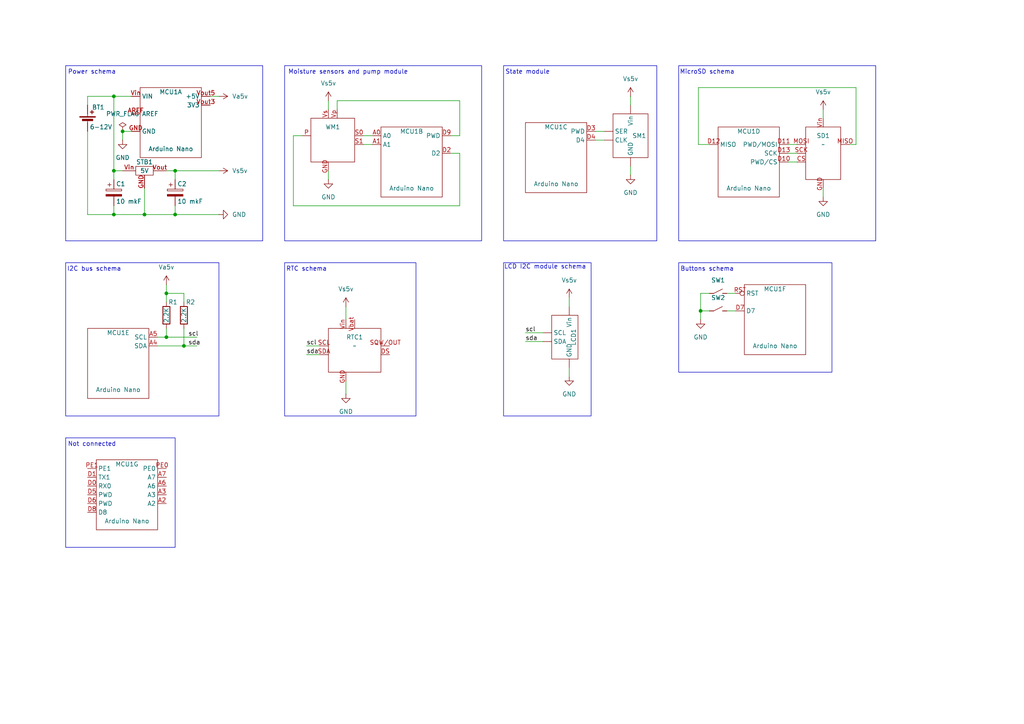
<source format=kicad_sch>
(kicad_sch (version 20250114) (generator "eeschema") (generator_version "9.0")
  (paper "A4")
  (title_block (title "AutoWater") (date "2026-01-17") (rev "0") (comment 2 "VlasovAnton"))
  (lib_symbols
    (symbol "AutoWater:Arduino Nano V3 Type-C parts"
      (property "Reference" "MCU" (at 8.89 -1.27 0))
      (property "Value" "Arduino Nano" (at 8.89 -17.78 0))
      (symbol "Arduino Nano V3 Type-C parts_0_1"
        (rectangle (start 0 0) (end 17.78 -20.32))
      )
      (symbol "Arduino Nano V3 Type-C parts_1_1"
        (pin power_in line (at -2.54 -2.54 0) (length 2.54) (name "VIN") (number "Vin"))
        (pin power_in line (at -2.54 -7.62 0) (length 2.54) (name "AREF") (number "AREF"))
        (pin passive line (at -2.54 -12.7 0) (length 2.54) (name "GND") (number "GND"))
        (pin power_out line (at 20.32 -2.54 180) (length 2.54) (name "+5V") (number "Vout5"))
        (pin power_out line (at 20.32 -5.08 180) (length 2.54) (name "3V3") (number "Vout3"))
      )
      (symbol "Arduino Nano V3 Type-C parts_2_1"
        (pin input line (at -2.54 -2.54 0) (length 2.54) (name "A0") (number "A0"))
        (pin input line (at -2.54 -5.08 0) (length 2.54) (name "A1") (number "A1"))
        (pin output line (at 20.32 -2.54 180) (length 2.54) (name "PWD") (number "D9"))
        (pin output line (at 20.32 -7.62 180) (length 2.54) (name "D2") (number "D2"))
      )
      (symbol "Arduino Nano V3 Type-C parts_3_1"
        (pin output line (at 20.32 -2.54 180) (length 2.54) (name "PWD") (number "D3"))
        (pin output line (at 20.32 -5.08 180) (length 2.54) (name "D4") (number "D4"))
      )
      (symbol "Arduino Nano V3 Type-C parts_4_1"
        (pin input line (at -2.54 -5.08 0) (length 2.54) (name "MISO") (number "D12"))
        (pin output line (at 20.32 -5.08 180) (length 2.54) (name "PWD/MOSI") (number "D11"))
        (pin output line (at 20.32 -7.62 180) (length 2.54) (name "SCK") (number "D13"))
        (pin output line (at 20.32 -10.16 180) (length 2.54) (name "PWD/CS") (number "D10"))
      )
      (symbol "Arduino Nano V3 Type-C parts_5_1"
        (pin output line (at 20.32 -2.54 180) (length 2.54) (name "SCL") (number "A5"))
        (pin bidirectional line (at 20.32 -5.08 180) (length 2.54) (name "SDA") (number "A4"))
      )
      (symbol "Arduino Nano V3 Type-C parts_6_1"
        (pin input inverted (at -2.54 -2.54 0) (length 2.54) (name "RST") (number "RST"))
        (pin bidirectional line (at -2.54 -7.62 0) (length 2.54) (name "D7") (number "D7"))
      )
      (symbol "Arduino Nano V3 Type-C parts_7_1"
        (pin passive line (at -2.54 -2.54 0) (length 2.54) (name "PE1") (number "PE1"))
        (pin bidirectional line (at -2.54 -5.08 0) (length 2.54) (name "TX1") (number "D1"))
        (pin bidirectional line (at -2.54 -7.62 0) (length 2.54) (name "RX0") (number "D0"))
        (pin bidirectional line (at -2.54 -10.16 0) (length 2.54) (name "PWD") (number "D5"))
        (pin bidirectional line (at -2.54 -12.7 0) (length 2.54) (name "PWD") (number "D6"))
        (pin bidirectional line (at -2.54 -15.24 0) (length 2.54) (name "D8") (number "D8"))
        (pin passive line (at 20.32 -2.54 180) (length 2.54) (name "PE0") (number "PE0"))
        (pin input line (at 20.32 -5.08 180) (length 2.54) (name "A7") (number "A7"))
        (pin input line (at 20.32 -7.62 180) (length 2.54) (name "A6") (number "A6"))
        (pin input line (at 20.32 -10.16 180) (length 2.54) (name "A3") (number "A3"))
        (pin input line (at 20.32 -12.7 180) (length 2.54) (name "A2") (number "A2"))
      )
    )
    (symbol "AutoWater:Button" (pin_numbers (hide yes)) (pin_names (hide yes))
      (property "Reference" "SW2" (at 0 3.81 0))
      (symbol "Button_0_1"
        (polyline (pts (xy -1.27 0) (xy 1.27 1.27)))
      )
      (symbol "Button_1_1"
        (pin passive line (at -2.54 0 0) (length 1.27) (name "1") (number "GND"))
        (pin passive line (at 2.54 0 180) (length 1.27) (name "2") (number "Vin"))
      )
    )
    (symbol "AutoWater:Capacitor" (pin_numbers (hide yes)) (pin_names (offset 0.254) (hide yes))
      (property "Reference" "C" (at 0.635 2.54 0))
      (symbol "Capacitor_0_1"
        (rectangle (start -2.286 0.508) (end 2.286 1.016))
        (polyline (pts (xy -1.778 2.286) (xy -0.762 2.286)))
        (polyline (pts (xy -1.27 2.794) (xy -1.27 1.778)))
        (rectangle (start 2.286 -0.508) (end -2.286 -1.016) (fill (type outline)))
      )
      (symbol "Capacitor_1_1"
        (pin power_in line (at 0 3.81 270) (length 2.794) (name "VCC") (number "Vin"))
        (pin passive line (at 0 -3.81 90) (length 2.794) (name "GND") (number "GND"))
      )
    )
    (symbol "AutoWater:LCD I2C module" (pin_numbers (hide yes))
      (property "Reference" "LCD1" (at 6.35 -6.35 90))
      (symbol "LCD I2C module_0_1"
        (rectangle (start 0 0) (end 7.62 -12.7))
      )
      (symbol "LCD I2C module_1_1"
        (pin passive line (at -2.54 -5.08 0) (length 2.54) (name "SCL") (number "1"))
        (pin passive line (at -2.54 -7.62 0) (length 2.54) (name "SDA") (number "2"))
        (pin power_in line (at 5.08 2.54 270) (length 2.54) (name "Vin") (number "3"))
        (pin passive line (at 5.08 -15.24 90) (length 2.54) (name "GND") (number "4"))
      )
    )
    (symbol "AutoWater:MicroSD module" (pin_names (hide yes))
      (property "Reference" "SD" (at 5.08 -2.54 0))
      (property "Value" "~" (at 5.08 -5.08 0))
      (symbol "MicroSD module_0_1"
        (rectangle (start 0 0) (end 10.16 -15.24))
      )
      (symbol "MicroSD module_1_1"
        (pin input line (at -2.54 -5.08 0) (length 2.54) (name "MOSI") (number "MOSI"))
        (pin input line (at -2.54 -7.62 0) (length 2.54) (name "SCK") (number "SCK"))
        (pin input line (at -2.54 -10.16 0) (length 2.54) (name "CS") (number "CS"))
        (pin power_in line (at 5.08 2.54 270) (length 2.54) (name "Vin") (number "Vin"))
        (pin passive line (at 5.08 -17.78 90) (length 2.54) (name "GND") (number "GND"))
        (pin output line (at 12.7 -5.08 180) (length 2.54) (name "MISO") (number "MISO"))
      )
    )
    (symbol "AutoWater:Power" (pin_numbers (hide yes)) (pin_names (offset 0) (hide yes))
      (property "Reference" "BT" (at 1.27 1.27 0))
      (symbol "Power_0_1"
        (polyline (pts (xy -2.286 1.27) (xy -1.27 1.27)) (stroke (width 0.254)))
        (polyline (pts (xy -1.778 0.762) (xy -1.778 1.778)) (stroke (width 0.254)))
        (polyline (pts (xy -0.508 0) (xy -1.27 0)))
        (rectangle (start -0.508 -2.286) (end -0.254 2.286) (fill (type outline)))
        (rectangle (start 0.254 -1.524) (end 0.762 1.524) (fill (type outline)))
        (polyline (pts (xy 0.508 0) (xy 1.27 0)))
      )
      (symbol "Power_1_1"
        (pin power_out line (at -3.81 0 0) (length 2.54) (name "+") (number "Vout"))
        (pin passive line (at 3.81 0 180) (length 2.54) (name "-") (number "GND"))
      )
    )
    (symbol "AutoWater:RTC DS1307 module" (pin_names (hide yes))
      (property "Reference" "RTC" (at 7.62 -2.54 0))
      (property "Value" "~" (at 7.62 -5.08 0))
      (symbol "RTC DS1307 module_0_1"
        (rectangle (start 0 0) (end 15.24 -12.7))
      )
      (symbol "RTC DS1307 module_1_1"
        (pin input line (at -2.54 -5.08 0) (length 2.54) (name "SCL") (number "SCL"))
        (pin input line (at -2.54 -7.62 0) (length 2.54) (name "SDA") (number "SDA"))
        (pin power_in line (at 5.08 2.54 270) (length 2.54) (name "Vin") (number "Vin"))
        (pin passive line (at 5.08 -15.24 90) (length 2.54) (name "GND") (number "GND"))
        (pin power_in line (at 7.62 2.54 270) (length 2.54) (name "Vbat") (number "Vbat"))
        (pin output line (at 17.78 -5.08 180) (length 2.54) (name "SQW/OUT") (number "SQW/OUT"))
        (pin output line (at 17.78 -7.62 180) (length 2.54) (name "DS") (number "DS"))
      )
    )
    (symbol "AutoWater:Resistor" (pin_numbers (hide yes)) (pin_names (offset 0) (hide yes))
      (property "Reference" "R" (at 0 2.54 0))
      (symbol "Resistor_0_1"
        (rectangle (start 2.54 1.016) (end -2.54 -1.016) (stroke (width 0.254)))
      )
      (symbol "Resistor_1_1"
        (pin passive line (at -3.81 0 0) (length 1.27) (name "") (number "1"))
        (pin passive line (at 3.81 0 180) (length 1.27) (name "") (number "2"))
      )
    )
    (symbol "AutoWater:Stabalizer voltage" (pin_names (hide yes))
      (property "Reference" "STB" (at 0 2.54 0))
      (symbol "Stabalizer voltage_0_1"
        (rectangle (start -2.54 1.27) (end 2.54 -1.27))
      )
      (symbol "Stabalizer voltage_1_1"
        (pin power_in line (at -6.35 0 0) (length 3.81) (name "Vin") (number "Vin"))
        (pin passive line (at 0 -5.08 90) (length 3.81) (name "GND") (number "GND"))
        (pin power_out line (at 6.35 0 180) (length 3.81) (name "Vout") (number "Vout"))
      )
    )
    (symbol "AutoWater:State module" (pin_numbers (hide yes))
      (property "Reference" "SM1" (at 7.62 -6.35 0))
      (symbol "State module_0_1"
        (rectangle (start 0 0) (end 10.16 -12.7))
      )
      (symbol "State module_1_1"
        (pin input line (at -2.54 -5.08 0) (length 2.54) (name "SER") (number "2"))
        (pin input line (at -2.54 -7.62 0) (length 2.54) (name "CLK") (number "3"))
        (pin power_in line (at 5.08 2.54 270) (length 2.54) (name "Vin") (number "1"))
        (pin passive line (at 5.08 -15.24 90) (length 2.54) (name "GND") (number "4"))
      )
    )
    (symbol "AutoWater:Va5v" (power) (pin_numbers (hide yes)) (pin_names (offset 0) (hide yes))
      (property "Value" "Va5v" (at 0 3.556 0))
      (symbol "Va5v_0_1"
        (polyline (pts (xy -0.762 1.27) (xy 0 2.54)))
        (polyline (pts (xy 0 2.54) (xy 0.762 1.27)))
        (polyline (pts (xy 0 0) (xy 0 2.54)))
      )
      (symbol "Va5v_1_1"
        (pin power_in line (at 0 0 90) (length 0) (name "~") (number "1"))
      )
    )
    (symbol "AutoWater:Vs5v" (power) (pin_numbers (hide yes)) (pin_names (offset 0) (hide yes))
      (property "Value" "Vs5v" (at 0 3.556 0))
      (symbol "Vs5v_0_1"
        (polyline (pts (xy -0.762 1.27) (xy 0 2.54)))
        (polyline (pts (xy 0 2.54) (xy 0.762 1.27)))
        (polyline (pts (xy 0 0) (xy 0 2.54)))
      )
      (symbol "Vs5v_1_1"
        (pin power_in line (at 0 0 90) (length 0) (name "~") (number "1"))
      )
    )
    (symbol "AutoWater:Water module" (pin_names (hide yes))
      (property "Reference" "WM" (at 6.35 -2.54 0))
      (symbol "Water module_0_1"
        (rectangle (start 0 0) (end 12.7 -12.7))
      )
      (symbol "Water module_1_1"
        (pin input line (at -2.54 -5.08 0) (length 2.54) (name "P") (number "P"))
        (pin power_in line (at 5.08 2.54 270) (length 2.54) (name "Vs") (number "Vs"))
        (pin passive line (at 5.08 -15.24 90) (length 2.54) (name "GND") (number "GND"))
        (pin power_in line (at 7.62 2.54 270) (length 2.54) (name "Vp") (number "Vp"))
        (pin output line (at 15.24 -5.08 180) (length 2.54) (name "S0") (number "S0"))
        (pin output line (at 15.24 -7.62 180) (length 2.54) (name "S1") (number "S1"))
      )
    )
    (symbol "Button_1" (pin_numbers (hide yes)) (pin_names (hide yes))
      (property "Reference" "SW1" (at 0 3.81 0))
      (symbol "Button_1_0_1"
        (polyline (pts (xy -1.27 0) (xy 1.27 1.27)))
      )
      (symbol "Button_1_1_1"
        (pin passive line (at -2.54 0 0) (length 1.27) (name "1") (number "GND"))
        (pin passive line (at 2.54 0 180) (length 1.27) (name "2") (number "Vin"))
      )
    )
    (symbol "power:GND" (power) (pin_numbers (hide yes)) (pin_names (offset 0) (hide yes))
      (property "Value" "GND" (at 0 -3.81 0))
      (symbol "GND_0_1"
        (polyline (pts (xy 0 0) (xy 0 -1.27) (xy 1.27 -1.27) (xy 0 -2.54) (xy -1.27 -1.27) (xy 0 -1.27)))
      )
      (symbol "GND_1_1"
        (pin power_in line (at 0 0 270) (length 0) (name "~") (number "1"))
      )
    )
    (symbol "power:PWR_FLAG" (power) (pin_numbers (hide yes)) (pin_names (offset 0) (hide yes))
      (property "Value" "PWR_FLAG" (at 0 3.81 0))
      (symbol "PWR_FLAG_0_0"
        (pin power_out line (at 0 0 90) (length 0) (name "~") (number "1"))
      )
      (symbol "PWR_FLAG_0_1"
        (polyline (pts (xy 0 0) (xy 0 1.27) (xy -1.016 1.905) (xy 0 2.54) (xy 1.016 1.905) (xy 0 1.27)))
      )
    )
  )
  (rectangle (start 196.85 19.05) (end 254 69.85))
  (rectangle (start 146.05 19.05) (end 190.5 69.85))
  (rectangle (start 146.05 76.2) (end 171.45 120.65))
  (rectangle (start 19.05 127) (end 50.8 158.75))
  (rectangle (start 19.05 76.2) (end 63.5 120.65))
  (rectangle (start 196.85 76.2) (end 241.3 107.95))
  (rectangle (start 19.05 19.05) (end 76.2 69.85))
  (rectangle (start 82.55 76.2) (end 120.65 120.65))
  (rectangle (start 82.55 19.05) (end 139.7 69.85))
  (text "Power schema" (at 26.67 20.955 0) (effects (font (size 1.27 1.27))))
  (text "LCD I2C module schema" (at 158.115 77.47 0) (effects (font (size 1.27 1.27))))
  (text "I2C bus schema" (at 27.305 78.105 0) (effects (font (size 1.27 1.27))))
  (text "Not connected" (at 26.67 128.905 0) (effects (font (size 1.27 1.27))))
  (text "State module" (at 153.035 20.955 0) (effects (font (size 1.27 1.27))))
  (text "MicroSD schema" (at 205.105 20.955 0) (effects (font (size 1.27 1.27))))
  (text "Moisture sensors and pump module" (at 100.965 20.955 0) (effects (font (size 1.27 1.27))))
  (text "Buttons schema" (at 205.105 78.105 0) (effects (font (size 1.27 1.27))))
  (text "RTC schema" (at 88.9 78.105 0) (effects (font (size 1.27 1.27))))
  (junction (at 50.8 62.23))
  (junction (at 33.02 62.23))
  (junction (at 33.02 27.94))
  (junction (at 48.26 97.79))
  (junction (at 33.02 49.53))
  (junction (at 53.34 100.33))
  (junction (at 203.2 90.17))
  (junction (at 41.91 62.23))
  (junction (at 50.8 49.53))
  (junction (at 35.56 38.1))
  (junction (at 48.26 85.09))
  (wire (pts (xy 202.565 25.4) (xy 202.565 41.91)))
  (wire (pts (xy 202.565 41.91) (xy 205.74 41.91)))
  (wire (pts (xy 48.26 49.53) (xy 50.8 49.53)))
  (wire (pts (xy 50.8 49.53) (xy 63.5 49.53)))
  (wire (pts (xy 105.41 39.37) (xy 107.95 39.37)))
  (wire (pts (xy 41.91 62.23) (xy 50.8 62.23)))
  (wire (pts (xy 50.8 49.53) (xy 50.8 52.07)))
  (wire (pts (xy 165.1 106.68) (xy 165.1 109.22)))
  (wire (pts (xy 205.74 85.09) (xy 203.2 85.09)))
  (wire (pts (xy 25.4 30.48) (xy 25.4 27.94)))
  (wire (pts (xy 88.9 102.87) (xy 92.71 102.87)))
  (wire (pts (xy 210.82 85.09) (xy 213.36 85.09)))
  (wire (pts (xy 85.09 39.37) (xy 87.63 39.37)))
  (wire (pts (xy 133.35 39.37) (xy 133.35 29.21)))
  (wire (pts (xy 203.2 90.17) (xy 203.2 92.71)))
  (wire (pts (xy 53.34 100.33) (xy 57.15 100.33)))
  (wire (pts (xy 25.4 62.23) (xy 33.02 62.23)))
  (wire (pts (xy 33.02 62.23) (xy 41.91 62.23)))
  (wire (pts (xy 50.8 62.23) (xy 63.5 62.23)))
  (wire (pts (xy 182.88 48.26) (xy 182.88 50.8)))
  (wire (pts (xy 248.285 25.4) (xy 202.565 25.4)))
  (wire (pts (xy 33.02 27.94) (xy 33.02 49.53)))
  (wire (pts (xy 25.4 27.94) (xy 33.02 27.94)))
  (wire (pts (xy 45.72 97.79) (xy 48.26 97.79)))
  (wire (pts (xy 246.38 41.91) (xy 248.285 41.91)))
  (wire (pts (xy 228.6 46.99) (xy 231.14 46.99)))
  (wire (pts (xy 48.26 95.25) (xy 48.26 97.79)))
  (wire (pts (xy 165.1 86.36) (xy 165.1 88.9)))
  (wire (pts (xy 45.72 100.33) (xy 53.34 100.33)))
  (wire (pts (xy 152.4 99.06) (xy 157.48 99.06)))
  (wire (pts (xy 25.4 38.1) (xy 25.4 62.23)))
  (wire (pts (xy 130.81 44.45) (xy 133.35 44.45)))
  (wire (pts (xy 35.56 38.1) (xy 35.56 40.64)))
  (wire (pts (xy 100.33 110.49) (xy 100.33 114.3)))
  (wire (pts (xy 152.4 96.52) (xy 157.48 96.52)))
  (wire (pts (xy 53.34 100.33) (xy 53.34 95.25)))
  (wire (pts (xy 60.96 27.94) (xy 63.5 27.94)))
  (wire (pts (xy 88.9 100.33) (xy 92.71 100.33)))
  (wire (pts (xy 248.285 41.91) (xy 248.285 25.4)))
  (wire (pts (xy 95.25 29.21) (xy 95.25 31.75)))
  (wire (pts (xy 38.1 38.1) (xy 35.56 38.1)))
  (wire (pts (xy 203.2 90.17) (xy 205.74 90.17)))
  (wire (pts (xy 133.35 44.45) (xy 133.35 59.69)))
  (wire (pts (xy 53.34 85.09) (xy 53.34 87.63)))
  (wire (pts (xy 48.26 85.09) (xy 53.34 85.09)))
  (wire (pts (xy 33.02 49.53) (xy 33.02 52.07)))
  (wire (pts (xy 33.02 59.69) (xy 33.02 62.23)))
  (wire (pts (xy 97.79 29.21) (xy 97.79 31.75)))
  (wire (pts (xy 238.76 54.61) (xy 238.76 57.15)))
  (wire (pts (xy 105.41 41.91) (xy 107.95 41.91)))
  (wire (pts (xy 33.02 27.94) (xy 38.1 27.94)))
  (wire (pts (xy 85.09 59.69) (xy 85.09 39.37)))
  (wire (pts (xy 48.26 87.63) (xy 48.26 85.09)))
  (wire (pts (xy 172.72 38.1) (xy 175.26 38.1)))
  (wire (pts (xy 50.8 59.69) (xy 50.8 62.23)))
  (wire (pts (xy 238.76 31.75) (xy 238.76 34.29)))
  (wire (pts (xy 228.6 44.45) (xy 231.14 44.45)))
  (wire (pts (xy 48.26 97.79) (xy 57.15 97.79)))
  (wire (pts (xy 182.88 27.94) (xy 182.88 30.48)))
  (wire (pts (xy 100.33 88.9) (xy 100.33 92.71)))
  (wire (pts (xy 133.35 29.21) (xy 97.79 29.21)))
  (wire (pts (xy 48.26 82.55) (xy 48.26 85.09)))
  (wire (pts (xy 33.02 49.53) (xy 35.56 49.53)))
  (wire (pts (xy 41.91 54.61) (xy 41.91 62.23)))
  (wire (pts (xy 95.25 49.53) (xy 95.25 52.07)))
  (wire (pts (xy 172.72 40.64) (xy 175.26 40.64)))
  (wire (pts (xy 203.2 85.09) (xy 203.2 90.17)))
  (wire (pts (xy 210.82 90.17) (xy 213.36 90.17)))
  (wire (pts (xy 228.6 41.91) (xy 231.14 41.91)))
  (wire (pts (xy 130.81 39.37) (xy 133.35 39.37)))
  (wire (pts (xy 133.35 59.69) (xy 85.09 59.69)))
  (label "scl" (at 88.9 100.33 0))
  (label "sda" (at 152.4 99.06 0))
  (label "scl" (at 54.61 97.79 0))
  (label "sda" (at 54.61 100.33 0))
  (label "sda" (at 88.9 102.87 0))
  (label "scl" (at 152.4 96.52 0))
  (symbol (lib_id "AutoWater:RTC DS1307 module") (at 95.25 95.25 0) (unit 1)
    (property "Reference" "RTC1" (at 102.87 97.79 0))
    (property "Value" "~" (at 102.87 100.33 0))
    (property "Footprint" "AutoWater:RTC DS1307 module" (effects (hide yes)))
    (property "Description" "RTC DS1307 module" (effects (hide yes)))
  )
  (symbol (lib_id "power:GND") (at 165.1 109.22 0) (unit 1)
    (property "Reference" "#PWR011" (effects (hide yes)))
    (property "Value" "GND" (at 165.1 114.3 0))
    (property "Description" "Power symbol creates a global label with name \"GND\" , ground" (effects (hide yes)))
  )
  (symbol (lib_id "AutoWater:Arduino Nano V3 Type-C parts") (at 152.4 35.56 0) (unit 3)
    (property "Reference" "MCU1" (at 161.29 36.83 0))
    (property "Value" "Arduino Nano" (at 161.29 53.34 0))
    (property "Footprint" "AutoWater:Arduino Nano V3 Type C PBS" (effects (hide yes)))
    (property "Description" "Arduino Nano V3 Type-C" (effects (hide yes)))
  )
  (symbol (lib_id "AutoWater:Va5v") (at 63.5 27.94 270) (unit 1)
    (property "Reference" "#PWR03" (effects (hide yes)))
    (property "Value" "Va5v" (at 67.31 27.9399 90) (effects (justify left)))
    (property "Description" "Power symbol creates a global label with name \"Va5v\"" (effects (hide yes)))
  )
  (symbol (lib_id "AutoWater:Button") (at 208.28 90.17 0) (unit 1)
    (property "Reference" "SW2" (at 208.28 86.36 0))
    (property "Value" "Button" (effects (hide yes)))
    (property "Footprint" "AutoWater:Connector B2B-XH-A" (effects (hide yes)))
    (property "Description" "Button" (effects (hide yes)))
  )
  (symbol (lib_id "AutoWater:Vs5v") (at 63.5 49.53 270) (unit 1)
    (property "Reference" "#PWR04" (effects (hide yes)))
    (property "Value" "Vs5v" (at 67.31 49.5299 90) (effects (justify left)))
    (property "Description" "Power symbol creates a global label with name \"Vs5v\"" (effects (hide yes)))
  )
  (symbol (lib_id "AutoWater:Va5v") (at 48.26 82.55 0) (unit 1)
    (property "Reference" "#PWR02" (effects (hide yes)))
    (property "Value" "Va5v" (at 48.26 77.47 0))
    (property "Description" "Power symbol creates a global label with name \"Va5v\"" (effects (hide yes)))
  )
  (symbol (lib_id "power:PWR_FLAG") (at 35.56 38.1 0) (unit 1)
    (property "Reference" "#FLG01" (effects (hide yes)))
    (property "Value" "PWR_FLAG" (at 35.56 33.02 0))
    (property "Description" "Special symbol for telling ERC where power comes from" (effects (hide yes)))
  )
  (symbol (lib_id "power:GND") (at 95.25 52.07 0) (unit 1)
    (property "Reference" "#PWR07" (effects (hide yes)))
    (property "Value" "GND" (at 95.25 57.15 0))
    (property "Description" "Power symbol creates a global label with name \"GND\" , ground" (effects (hide yes)))
  )
  (symbol (lib_id "AutoWater:State module") (at 177.8 33.02 0) (unit 1)
    (property "Reference" "SM1" (at 185.42 39.37 0))
    (property "Footprint" "AutoWater:PLS-4" (effects (hide yes)))
    (property "Description" "State module connector" (effects (hide yes)))
  )
  (symbol (lib_id "power:GND") (at 203.2 92.71 0) (unit 1)
    (property "Reference" "#PWR014" (effects (hide yes)))
    (property "Value" "GND" (at 203.2 97.79 0))
    (property "Description" "Power symbol creates a global label with name \"GND\" , ground" (effects (hide yes)))
  )
  (symbol (lib_id "AutoWater:Resistor") (at 53.34 91.44 90) (unit 1)
    (property "Reference" "R2" (at 55.245 87.63 90))
    (property "Value" "2.2K" (at 53.34 91.44 0))
    (property "Footprint" "AutoWater:Resistor Yageo SMD 1206" (effects (hide yes)))
    (property "Datasheet" "https://www.chipdip.ru/product/ac1206jr-072k2l-yageo-8002030474" (effects (hide yes)))
    (property "Description" "Resistor" (effects (hide yes)))
  )
  (symbol (lib_id "AutoWater:Vs5v") (at 165.1 86.36 0) (unit 1)
    (property "Reference" "#PWR010" (effects (hide yes)))
    (property "Value" "Vs5v" (at 165.1 81.28 0))
    (property "Description" "Power symbol creates a global label with name \"Vs5v\"" (effects (hide yes)))
  )
  (symbol (lib_id "AutoWater:Capacitor") (at 50.8 55.88 0) (unit 1)
    (property "Reference" "C2" (at 51.435 53.34 0) (effects (justify left)))
    (property "Value" "10 mkF" (at 51.435 58.42 0) (effects (justify left)))
    (property "Footprint" "AutoWater:Capacitor Murata SMD 0603" (effects (hide yes)))
    (property "Datasheet" "https://www.chipdip.ru/product/10-mkf-x5r-25v-0603-grm188r61e106ka73d-kondensator-murata-9000600378" (effects (hide yes)))
    (property "Description" "Capacitor" (effects (hide yes)))
  )
  (symbol (lib_id "AutoWater:MicroSD module") (at 233.68 36.83 0) (unit 1)
    (property "Reference" "SD1" (at 238.76 39.37 0))
    (property "Value" "~" (at 238.76 41.91 0))
    (property "Footprint" "AutoWater:MicroSD module" (effects (hide yes)))
    (property "Description" "MicroSD module" (effects (hide yes)))
  )
  (symbol (lib_name "Button_1") (lib_id "AutoWater:Button") (at 208.28 85.09 0) (unit 1)
    (property "Reference" "SW1" (at 208.28 81.28 0))
    (property "Value" "Button" (effects (hide yes)))
    (property "Footprint" "AutoWater:Connector B2B-XH-A" (effects (hide yes)))
    (property "Description" "Button" (effects (hide yes)))
  )
  (symbol (lib_id "AutoWater:Power") (at 25.4 34.29 270) (unit 1)
    (property "Reference" "BT1" (at 26.67 31.115 90) (effects (justify left)))
    (property "Value" "6-12V" (at 26.035 36.83 90) (effects (justify left)))
    (property "Footprint" "AutoWater:Connector 5.5x2.1 DS-201" (effects (hide yes)))
    (property "Datasheet" "https://www.chipdip.ru/product/ds-201-gnezdo-pitaniya-2-1x5-5mm-na-platu-dragon-city-289923115" (effects (hide yes)))
    (property "Description" "Power" (effects (hide yes)))
  )
  (symbol (lib_id "power:GND") (at 63.5 62.23 90) (unit 1)
    (property "Reference" "#PWR05" (effects (hide yes)))
    (property "Value" "GND" (at 67.31 62.2299 90) (effects (justify right)))
    (property "Description" "Power symbol creates a global label with name \"GND\" , ground" (effects (hide yes)))
  )
  (symbol (lib_id "AutoWater:Arduino Nano V3 Type-C parts") (at 215.9 82.55 0) (unit 6)
    (property "Reference" "MCU1" (at 224.79 83.82 0))
    (property "Value" "Arduino Nano" (at 224.79 100.33 0))
    (property "Footprint" "AutoWater:Arduino Nano V3 Type C PBS" (effects (hide yes)))
    (property "Description" "Arduino Nano V3 Type-C" (effects (hide yes)))
  )
  (symbol (lib_id "AutoWater:Vs5v") (at 238.76 31.75 0) (unit 1)
    (property "Reference" "#PWR015" (effects (hide yes)))
    (property "Value" "Vs5v" (at 238.76 26.67 0))
    (property "Description" "Power symbol creates a global label with name \"Vs5v\"" (effects (hide yes)))
  )
  (symbol (lib_id "AutoWater:Arduino Nano V3 Type-C parts") (at 40.64 25.4 0) (unit 1)
    (property "Reference" "MCU1" (at 49.53 26.67 0))
    (property "Value" "Arduino Nano" (at 49.53 43.18 0))
    (property "Footprint" "AutoWater:Arduino Nano V3 Type C PBS" (effects (hide yes)))
    (property "Description" "Arduino Nano V3 Type-C" (effects (hide yes)))
  )
  (symbol (lib_id "power:GND") (at 100.33 114.3 0) (unit 1)
    (property "Reference" "#PWR09" (effects (hide yes)))
    (property "Value" "GND" (at 100.33 119.38 0))
    (property "Description" "Power symbol creates a global label with name \"GND\" , ground" (effects (hide yes)))
  )
  (symbol (lib_id "AutoWater:LCD I2C module") (at 160.02 91.44 0) (unit 1)
    (property "Reference" "LCD1" (at 166.37 97.79 90))
    (property "Value" "LCD I2C module" (effects (hide yes)))
    (property "Footprint" "AutoWater:PLS-4" (effects (hide yes)))
    (property "Datasheet" "https://roboshop.spb.ru/display/simvolnye-displei/1602-konverter" (effects (hide yes)))
  )
  (symbol (lib_id "AutoWater:Vs5v") (at 95.25 29.21 0) (unit 1)
    (property "Reference" "#PWR06" (effects (hide yes)))
    (property "Value" "Vs5v" (at 95.25 24.13 0))
    (property "Description" "Power symbol creates a global label with name \"Vs5v\"" (effects (hide yes)))
  )
  (symbol (lib_id "AutoWater:Stabalizer voltage") (at 41.91 49.53 0) (unit 1)
    (property "Reference" "STB1" (at 41.91 46.99 0))
    (property "Value" "5V" (at 41.91 49.53 0))
    (property "Footprint" "AutoWater:Stabilizer 5V AMS1117-5.0S SMD" (effects (hide yes)))
    (property "Datasheet" "https://www.chipdip.ru/product/ams1117-5.0s-stabilizator-napryazheniya-5v-1a-sot-89-umw-9001333446" (effects (hide yes)))
    (property "Description" "Stabilizer voltage" (effects (hide yes)))
  )
  (symbol (lib_id "AutoWater:Arduino Nano V3 Type-C parts") (at 25.4 95.25 0) (unit 5)
    (property "Reference" "MCU1" (at 34.29 96.52 0))
    (property "Value" "Arduino Nano" (at 34.29 113.03 0))
    (property "Footprint" "AutoWater:Arduino Nano V3 Type C PBS" (effects (hide yes)))
    (property "Description" "Arduino Nano V3 Type-C" (effects (hide yes)))
  )
  (symbol (lib_id "power:GND") (at 238.76 57.15 0) (unit 1)
    (property "Reference" "#PWR016" (effects (hide yes)))
    (property "Value" "GND" (at 238.76 62.23 0))
    (property "Description" "Power symbol creates a global label with name \"GND\" , ground" (effects (hide yes)))
  )
  (symbol (lib_id "AutoWater:Arduino Nano V3 Type-C parts") (at 208.28 36.83 0) (unit 4)
    (property "Reference" "MCU1" (at 217.17 38.1 0))
    (property "Value" "Arduino Nano" (at 217.17 54.61 0))
    (property "Footprint" "AutoWater:Arduino Nano V3 Type C PBS" (effects (hide yes)))
    (property "Description" "Arduino Nano V3 Type-C" (effects (hide yes)))
  )
  (symbol (lib_id "AutoWater:Capacitor") (at 33.02 55.88 0) (unit 1)
    (property "Reference" "C1" (at 33.655 53.34 0) (effects (justify left)))
    (property "Value" "10 mkF" (at 33.655 58.42 0) (effects (justify left)))
    (property "Footprint" "AutoWater:Capacitor Murata SMD 0603" (effects (hide yes)))
    (property "Datasheet" "https://www.chipdip.ru/product/10-mkf-x5r-25v-0603-grm188r61e106ka73d-kondensator-murata-9000600378" (effects (hide yes)))
    (property "Description" "Capacitor" (effects (hide yes)))
  )
  (symbol (lib_id "power:GND") (at 182.88 50.8 0) (unit 1)
    (property "Reference" "#PWR013" (effects (hide yes)))
    (property "Value" "GND" (at 182.88 55.88 0))
    (property "Description" "Power symbol creates a global label with name \"GND\" , ground" (effects (hide yes)))
  )
  (symbol (lib_id "AutoWater:Arduino Nano V3 Type-C parts") (at 27.94 133.35 0) (unit 7)
    (property "Reference" "MCU1" (at 36.83 134.62 0))
    (property "Value" "Arduino Nano" (at 36.83 151.13 0))
    (property "Footprint" "AutoWater:Arduino Nano V3 Type C PBS" (effects (hide yes)))
    (property "Description" "Arduino Nano V3 Type-C" (effects (hide yes)))
  )
  (symbol (lib_id "AutoWater:Resistor") (at 48.26 91.44 90) (unit 1)
    (property "Reference" "R1" (at 50.165 87.63 90))
    (property "Value" "2.2K" (at 48.26 91.44 0))
    (property "Footprint" "AutoWater:Resistor Yageo SMD 1206" (effects (hide yes)))
    (property "Datasheet" "https://www.chipdip.ru/product/ac1206jr-072k2l-yageo-8002030474" (effects (hide yes)))
    (property "Description" "Resistor" (effects (hide yes)))
  )
  (symbol (lib_id "AutoWater:Vs5v") (at 100.33 88.9 0) (unit 1)
    (property "Reference" "#PWR08" (effects (hide yes)))
    (property "Value" "Vs5v" (at 100.33 83.82 0))
    (property "Description" "Power symbol creates a global label with name \"Vs5v\"" (effects (hide yes)))
  )
  (symbol (lib_id "power:GND") (at 35.56 40.64 0) (unit 1)
    (property "Reference" "#PWR01" (effects (hide yes)))
    (property "Value" "GND" (at 35.56 45.72 0))
    (property "Description" "Power symbol creates a global label with name \"GND\" , ground" (effects (hide yes)))
  )
  (symbol (lib_id "AutoWater:Water module") (at 90.17 34.29 0) (unit 1)
    (property "Reference" "WM1" (at 96.52 36.83 0))
    (property "Footprint" "AutoWater:PLS-2x3" (effects (hide yes)))
    (property "Description" "Water module connector" (effects (hide yes)))
  )
  (symbol (lib_id "AutoWater:Vs5v") (at 182.88 27.94 0) (unit 1)
    (property "Reference" "#PWR012" (effects (hide yes)))
    (property "Value" "Vs5v" (at 182.88 22.86 0))
    (property "Description" "Power symbol creates a global label with name \"Vs5v\"" (effects (hide yes)))
  )
  (symbol (lib_id "AutoWater:Arduino Nano V3 Type-C parts") (at 110.49 36.83 0) (unit 2)
    (property "Reference" "MCU1" (at 119.38 38.1 0))
    (property "Value" "Arduino Nano" (at 119.38 54.61 0))
    (property "Footprint" "AutoWater:Arduino Nano V3 Type C PBS" (effects (hide yes)))
    (property "Description" "Arduino Nano V3 Type-C" (effects (hide yes)))
  )
)
</source>
